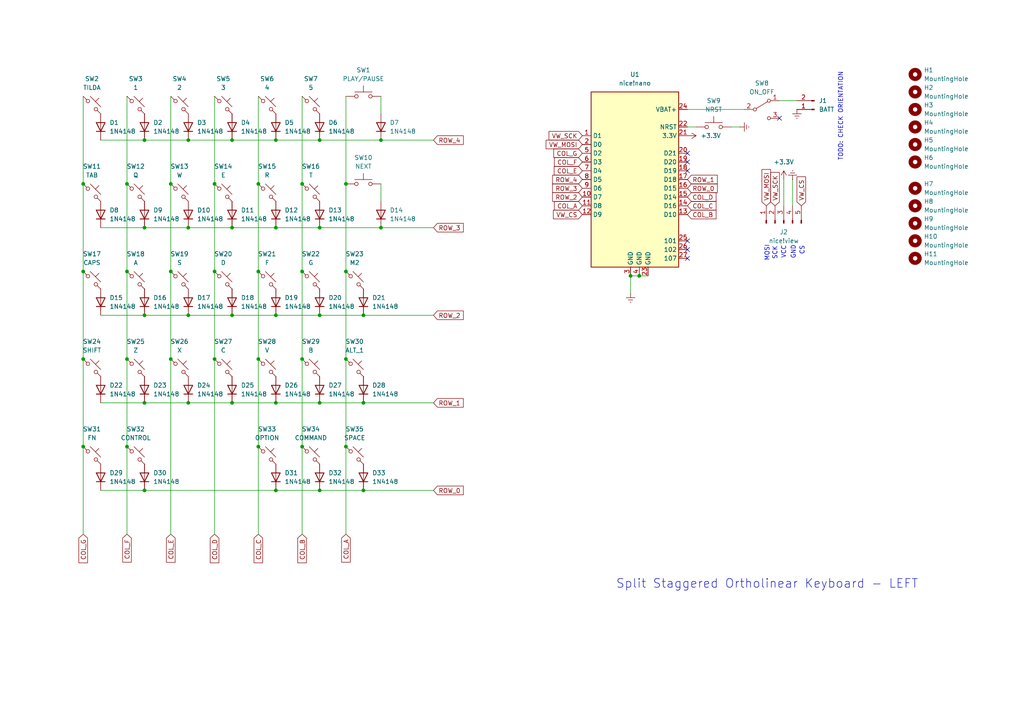
<source format=kicad_sch>
(kicad_sch (version 20231120) (generator "eeschema") (generator_version "8.0")
  (paper "A4")
  (lib_symbols
    (symbol "Connector:Conn_01x02_Pin" (pin_names (offset 1.016) hide)
      (property "Reference" "J" (at 0 2.54 0))
      (property "Value" "Conn_01x02_Pin" (at 0 -5.08 0))
      (symbol "Conn_01x02_Pin_1_1"
        (polyline (pts (xy 1.27 -2.54) (xy 0.8636 -2.54)) (stroke (width 0.1524)))
        (polyline (pts (xy 1.27 0) (xy 0.8636 0)) (stroke (width 0.1524)))
        (rectangle (start 0.8636 -2.413) (end 0 -2.667) (stroke (width 0.1524)) (fill (type outline)))
        (rectangle (start 0.8636 0.127) (end 0 -0.127) (stroke (width 0.1524)) (fill (type outline)))
        (pin passive line (at 5.08 0 180) (length 3.81) (name "Pin_1") (number "1"))
        (pin passive line (at 5.08 -2.54 180) (length 3.81) (name "Pin_2") (number "2"))
      )
    )
    (symbol "Connector:Conn_01x05_Pin" (pin_names (offset 1.016) hide)
      (property "Reference" "J" (at 0 7.62 0))
      (property "Value" "Conn_01x05_Pin" (at 0 -7.62 0))
      (symbol "Conn_01x05_Pin_1_1"
        (polyline (pts (xy 1.27 -5.08) (xy 0.8636 -5.08)) (stroke (width 0.1524)))
        (polyline (pts (xy 1.27 -2.54) (xy 0.8636 -2.54)) (stroke (width 0.1524)))
        (polyline (pts (xy 1.27 0) (xy 0.8636 0)) (stroke (width 0.1524)))
        (polyline (pts (xy 1.27 2.54) (xy 0.8636 2.54)) (stroke (width 0.1524)))
        (polyline (pts (xy 1.27 5.08) (xy 0.8636 5.08)) (stroke (width 0.1524)))
        (rectangle (start 0.8636 -4.953) (end 0 -5.207) (stroke (width 0.1524)) (fill (type outline)))
        (rectangle (start 0.8636 -2.413) (end 0 -2.667) (stroke (width 0.1524)) (fill (type outline)))
        (rectangle (start 0.8636 0.127) (end 0 -0.127) (stroke (width 0.1524)) (fill (type outline)))
        (rectangle (start 0.8636 2.667) (end 0 2.413) (stroke (width 0.1524)) (fill (type outline)))
        (rectangle (start 0.8636 5.207) (end 0 4.953) (stroke (width 0.1524)) (fill (type outline)))
        (pin passive line (at 5.08 5.08 180) (length 3.81) (name "Pin_1") (number "1"))
        (pin passive line (at 5.08 2.54 180) (length 3.81) (name "Pin_2") (number "2"))
        (pin passive line (at 5.08 0 180) (length 3.81) (name "Pin_3") (number "3"))
        (pin passive line (at 5.08 -2.54 180) (length 3.81) (name "Pin_4") (number "4"))
        (pin passive line (at 5.08 -5.08 180) (length 3.81) (name "Pin_5") (number "5"))
      )
    )
    (symbol "Mechanical:MountingHole" (pin_names (offset 1.016)) (exclude_from_sim yes) (in_bom no)
      (property "Reference" "H" (at 0 5.08 0))
      (property "Value" "MountingHole" (at 0 3.175 0))
      (symbol "MountingHole_0_1"
        (circle (center 0 0) (radius 1.27) (stroke (width 1.27)))
      )
    )
    (symbol "ScottoKeebs:Placeholder_Keyswitch" (pin_numbers hide) (pin_names (offset 1.016) hide)
      (property "Reference" "S" (at 3.048 1.016 0))
      (property "Value" "Keyswitch" (at 0 -3.81 0))
      (symbol "Placeholder_Keyswitch_0_1"
        (circle (center -1.1684 1.1684) (radius 0.508))
        (polyline (pts (xy -0.508 2.54) (xy 2.54 -0.508)))
        (polyline (pts (xy 1.016 1.016) (xy 2.032 2.032)))
        (polyline (pts (xy -2.54 2.54) (xy -1.524 1.524) (xy -1.524 1.524)))
        (polyline (pts (xy 1.524 -1.524) (xy 2.54 -2.54) (xy 2.54 -2.54) (xy 2.54 -2.54)))
        (circle (center 1.143 -1.1938) (radius 0.508))
        (pin passive line (at -2.54 2.54 0) (length 0) (name "1") (number "1"))
        (pin passive line (at 2.54 -2.54 180) (length 0) (name "2") (number "2"))
      )
    )
    (symbol "Switch:SW_Push" (pin_numbers hide) (pin_names (offset 1.016) hide)
      (property "Reference" "SW" (at 1.27 2.54 0))
      (property "Value" "SW_Push" (at 0 -1.524 0))
      (symbol "SW_Push_0_1"
        (circle (center -2.032 0) (radius 0.508))
        (polyline (pts (xy 0 1.27) (xy 0 3.048)))
        (polyline (pts (xy 2.54 1.27) (xy -2.54 1.27)))
        (circle (center 2.032 0) (radius 0.508))
        (pin passive line (at -5.08 0 0) (length 2.54) (name "1") (number "1"))
        (pin passive line (at 5.08 0 180) (length 2.54) (name "2") (number "2"))
      )
    )
    (symbol "keyboards:nice!nano"
      (property "Reference" "U" (at 0 26.67 0))
      (property "Value" "nice!nano" (at 0 0.508 0))
      (symbol "nice!nano_0_1"
        (rectangle (start -12.7 25.4) (end 12.7 -25.4) (stroke (width 0.254)) (fill (type background)))
      )
      (symbol "nice!nano_1_1"
        (pin input line (at -15.24 12.7 0) (length 2.54) (name "D1") (number "1"))
        (pin input line (at -15.24 -5.08 0) (length 2.54) (name "D7") (number "10"))
        (pin input line (at -15.24 -7.62 0) (length 2.54) (name "D8") (number "11"))
        (pin input line (at -15.24 -10.16 0) (length 2.54) (name "D9") (number "12"))
        (pin input line (at 15.24 -10.16 180) (length 2.54) (name "D10") (number "13"))
        (pin input line (at 15.24 -7.62 180) (length 2.54) (name "D16") (number "14"))
        (pin input line (at 15.24 -5.08 180) (length 2.54) (name "D14") (number "15"))
        (pin input line (at 15.24 -2.54 180) (length 2.54) (name "D15") (number "16"))
        (pin input line (at 15.24 0 180) (length 2.54) (name "D18") (number "17"))
        (pin input line (at 15.24 2.54 180) (length 2.54) (name "D19") (number "18"))
        (pin input line (at 15.24 5.08 180) (length 2.54) (name "D20") (number "19"))
        (pin input line (at -15.24 10.16 0) (length 2.54) (name "D0") (number "2"))
        (pin input line (at 15.24 7.62 180) (length 2.54) (name "D21") (number "20"))
        (pin power_out line (at 15.24 12.7 180) (length 2.54) (name "3.3V") (number "21"))
        (pin input line (at 15.24 15.24 180) (length 2.54) (name "NRST") (number "22"))
        (pin power_in line (at 3.81 -27.94 90) (length 2.54) (name "GND") (number "23"))
        (pin power_out line (at 15.24 20.32 180) (length 2.54) (name "VBAT+") (number "24"))
        (pin input line (at 15.24 -17.78 180) (length 2.54) (name "101") (number "25"))
        (pin input line (at 15.24 -20.32 180) (length 2.54) (name "102") (number "26"))
        (pin input line (at 15.24 -22.86 180) (length 2.54) (name "107") (number "27"))
        (pin power_in line (at -1.27 -27.94 90) (length 2.54) (name "GND") (number "3"))
        (pin power_in line (at 1.27 -27.94 90) (length 2.54) (name "GND") (number "4"))
        (pin input line (at -15.24 7.62 0) (length 2.54) (name "D2") (number "5"))
        (pin input line (at -15.24 5.08 0) (length 2.54) (name "D3") (number "6"))
        (pin input line (at -15.24 2.54 0) (length 2.54) (name "D4") (number "7"))
        (pin input line (at -15.24 0 0) (length 2.54) (name "D5") (number "8"))
        (pin input line (at -15.24 -2.54 0) (length 2.54) (name "D6") (number "9"))
      )
    )
    (symbol "power:+3.3V" (power) (pin_numbers hide) (pin_names (offset 0) hide)
      (property "Value" "+3.3V" (at 0 3.556 0))
      (symbol "+3.3V_0_1"
        (polyline (pts (xy -0.762 1.27) (xy 0 2.54)))
        (polyline (pts (xy 0 0) (xy 0 2.54)))
        (polyline (pts (xy 0 2.54) (xy 0.762 1.27)))
      )
      (symbol "+3.3V_1_1"
        (pin power_in line (at 0 0 90) (length 0) (name "~") (number "1"))
      )
    )
    (symbol "power:GNDREF" (power) (pin_numbers hide) (pin_names (offset 0) hide)
      (property "Value" "GNDREF" (at 0 -3.81 0))
      (symbol "GNDREF_0_1"
        (polyline (pts (xy -0.635 -1.905) (xy 0.635 -1.905)))
        (polyline (pts (xy -0.127 -2.54) (xy 0.127 -2.54)))
        (polyline (pts (xy 0 -1.27) (xy 0 0)))
        (polyline (pts (xy 1.27 -1.27) (xy -1.27 -1.27)))
      )
      (symbol "GNDREF_1_1"
        (pin power_in line (at 0 0 270) (length 0) (name "~") (number "1"))
      )
    )
    (symbol "synth:D_Signal (1N4148)" (pin_numbers hide) (pin_names hide)
      (property "Reference" "D" (at 0 2.54 0))
      (property "Value" "1N4148" (at 0 -2.54 0))
      (symbol "D_Signal (1N4148)_0_1"
        (polyline (pts (xy -1.27 1.27) (xy -1.27 -1.27)) (stroke (width 0.254)))
        (polyline (pts (xy 1.27 0) (xy -1.27 0)))
        (polyline (pts (xy 1.27 1.27) (xy 1.27 -1.27) (xy -1.27 0) (xy 1.27 1.27)) (stroke (width 0.254)))
      )
      (symbol "D_Signal (1N4148)_1_1"
        (pin passive line (at -3.81 0 0) (length 2.54) (name "K") (number "1"))
        (pin passive line (at 3.81 0 180) (length 2.54) (name "A") (number "2"))
      )
    )
    (symbol "synth:SW_SPDT" (pin_names (offset 0) hide)
      (property "Reference" "SW" (at 0 5.08 0))
      (property "Value" "SW_SPDT" (at 0 -5.08 0))
      (symbol "SW_SPDT_0_1"
        (circle (center -2.032 0) (radius 0.4572))
        (polyline (pts (xy -1.651 0.254) (xy 1.651 2.286)))
        (circle (center 2.032 -2.54) (radius 0.4572))
        (circle (center 2.032 2.54) (radius 0.4572))
      )
      (symbol "SW_SPDT_1_1"
        (pin passive line (at 5.08 2.54 180) (length 2.54) (name "A") (number "1"))
        (pin passive line (at -5.08 0 0) (length 2.54) (name "B") (number "2"))
        (pin passive line (at 5.08 -2.54 180) (length 2.54) (name "C") (number "3"))
      )
    )
  )
  (junction (at 67.31 40.64))
  (junction (at 36.83 53.34))
  (junction (at 24.13 78.74))
  (junction (at 92.71 91.44))
  (junction (at 92.71 116.84))
  (junction (at 110.49 66.04))
  (junction (at 182.88 80.01))
  (junction (at 100.33 53.34))
  (junction (at 100.33 78.74))
  (junction (at 41.91 91.44))
  (junction (at 62.23 53.34))
  (junction (at 41.91 66.04))
  (junction (at 49.53 53.34))
  (junction (at 67.31 66.04))
  (junction (at 110.49 40.64))
  (junction (at 36.83 129.54))
  (junction (at 54.61 40.64))
  (junction (at 49.53 78.74))
  (junction (at 105.41 116.84))
  (junction (at 80.01 91.44))
  (junction (at 41.91 40.64))
  (junction (at 105.41 91.44))
  (junction (at 80.01 66.04))
  (junction (at 105.41 142.24))
  (junction (at 92.71 66.04))
  (junction (at 49.53 104.14))
  (junction (at 80.01 116.84))
  (junction (at 41.91 142.24))
  (junction (at 87.63 78.74))
  (junction (at 62.23 104.14))
  (junction (at 87.63 104.14))
  (junction (at 100.33 104.14))
  (junction (at 54.61 66.04))
  (junction (at 67.31 116.84))
  (junction (at 74.93 104.14))
  (junction (at 24.13 104.14))
  (junction (at 92.71 142.24))
  (junction (at 80.01 40.64))
  (junction (at 87.63 53.34))
  (junction (at 36.83 104.14))
  (junction (at 36.83 78.74))
  (junction (at 54.61 91.44))
  (junction (at 74.93 78.74))
  (junction (at 74.93 129.54))
  (junction (at 87.63 129.54))
  (junction (at 185.42 80.01))
  (junction (at 24.13 53.34))
  (junction (at 24.13 129.54))
  (junction (at 100.33 129.54))
  (junction (at 92.71 40.64))
  (junction (at 74.93 53.34))
  (junction (at 54.61 116.84))
  (junction (at 62.23 78.74))
  (junction (at 41.91 116.84))
  (junction (at 67.31 91.44))
  (junction (at 80.01 142.24))
  (no_connect (at 199.39 44.45))
  (no_connect (at 199.39 49.53))
  (no_connect (at 199.39 46.99))
  (no_connect (at 199.39 72.39))
  (no_connect (at 226.06 34.29))
  (no_connect (at 199.39 69.85))
  (no_connect (at 199.39 74.93))
  (wire (pts (xy 36.83 53.34) (xy 36.83 78.74)))
  (wire (pts (xy 199.39 31.75) (xy 215.9 31.75)))
  (wire (pts (xy 29.21 66.04) (xy 41.91 66.04)))
  (wire (pts (xy 87.63 78.74) (xy 87.63 104.14)))
  (wire (pts (xy 229.87 52.07) (xy 229.87 59.69)))
  (wire (pts (xy 24.13 27.94) (xy 24.13 53.34)))
  (wire (pts (xy 105.41 116.84) (xy 125.73 116.84)))
  (wire (pts (xy 29.21 116.84) (xy 41.91 116.84)))
  (wire (pts (xy 92.71 91.44) (xy 105.41 91.44)))
  (wire (pts (xy 36.83 129.54) (xy 36.83 154.94)))
  (wire (pts (xy 212.09 36.83) (xy 214.63 36.83)))
  (wire (pts (xy 54.61 116.84) (xy 67.31 116.84)))
  (wire (pts (xy 226.06 29.21) (xy 231.14 29.21)))
  (wire (pts (xy 182.88 80.01) (xy 185.42 80.01)))
  (wire (pts (xy 54.61 91.44) (xy 67.31 91.44)))
  (wire (pts (xy 100.33 78.74) (xy 100.33 104.14)))
  (wire (pts (xy 227.33 52.07) (xy 227.33 59.69)))
  (wire (pts (xy 49.53 53.34) (xy 49.53 78.74)))
  (wire (pts (xy 92.71 40.64) (xy 110.49 40.64)))
  (wire (pts (xy 201.93 36.83) (xy 199.39 36.83)))
  (wire (pts (xy 67.31 66.04) (xy 80.01 66.04)))
  (wire (pts (xy 100.33 129.54) (xy 100.33 154.94)))
  (wire (pts (xy 67.31 116.84) (xy 80.01 116.84)))
  (wire (pts (xy 87.63 104.14) (xy 87.63 129.54)))
  (wire (pts (xy 41.91 66.04) (xy 54.61 66.04)))
  (wire (pts (xy 62.23 104.14) (xy 62.23 154.94)))
  (wire (pts (xy 54.61 40.64) (xy 67.31 40.64)))
  (wire (pts (xy 105.41 91.44) (xy 125.73 91.44)))
  (wire (pts (xy 24.13 129.54) (xy 24.13 154.94)))
  (wire (pts (xy 100.33 104.14) (xy 100.33 129.54)))
  (wire (pts (xy 36.83 104.14) (xy 36.83 129.54)))
  (wire (pts (xy 24.13 78.74) (xy 24.13 104.14)))
  (wire (pts (xy 92.71 66.04) (xy 110.49 66.04)))
  (wire (pts (xy 29.21 142.24) (xy 41.91 142.24)))
  (wire (pts (xy 185.42 80.01) (xy 187.96 80.01)))
  (wire (pts (xy 49.53 104.14) (xy 49.53 154.94)))
  (wire (pts (xy 110.49 58.42) (xy 110.49 53.34)))
  (wire (pts (xy 49.53 78.74) (xy 49.53 104.14)))
  (wire (pts (xy 110.49 33.02) (xy 110.49 27.94)))
  (wire (pts (xy 29.21 91.44) (xy 41.91 91.44)))
  (wire (pts (xy 41.91 91.44) (xy 54.61 91.44)))
  (wire (pts (xy 36.83 27.94) (xy 36.83 53.34)))
  (wire (pts (xy 24.13 53.34) (xy 24.13 78.74)))
  (wire (pts (xy 36.83 78.74) (xy 36.83 104.14)))
  (wire (pts (xy 74.93 78.74) (xy 74.93 104.14)))
  (wire (pts (xy 67.31 91.44) (xy 80.01 91.44)))
  (wire (pts (xy 41.91 40.64) (xy 54.61 40.64)))
  (wire (pts (xy 62.23 27.94) (xy 62.23 53.34)))
  (wire (pts (xy 74.93 104.14) (xy 74.93 129.54)))
  (wire (pts (xy 54.61 66.04) (xy 67.31 66.04)))
  (wire (pts (xy 87.63 53.34) (xy 87.63 78.74)))
  (wire (pts (xy 74.93 27.94) (xy 74.93 53.34)))
  (wire (pts (xy 92.71 142.24) (xy 105.41 142.24)))
  (wire (pts (xy 49.53 27.94) (xy 49.53 53.34)))
  (wire (pts (xy 62.23 53.34) (xy 62.23 78.74)))
  (wire (pts (xy 100.33 27.94) (xy 100.33 53.34)))
  (wire (pts (xy 74.93 53.34) (xy 74.93 78.74)))
  (wire (pts (xy 80.01 116.84) (xy 92.71 116.84)))
  (wire (pts (xy 74.93 129.54) (xy 74.93 154.94)))
  (wire (pts (xy 24.13 104.14) (xy 24.13 129.54)))
  (wire (pts (xy 110.49 40.64) (xy 125.73 40.64)))
  (wire (pts (xy 105.41 142.24) (xy 125.73 142.24)))
  (wire (pts (xy 80.01 66.04) (xy 92.71 66.04)))
  (wire (pts (xy 80.01 142.24) (xy 92.71 142.24)))
  (wire (pts (xy 110.49 66.04) (xy 125.73 66.04)))
  (wire (pts (xy 41.91 142.24) (xy 80.01 142.24)))
  (wire (pts (xy 62.23 78.74) (xy 62.23 104.14)))
  (wire (pts (xy 80.01 40.64) (xy 92.71 40.64)))
  (wire (pts (xy 87.63 129.54) (xy 87.63 154.94)))
  (wire (pts (xy 29.21 40.64) (xy 41.91 40.64)))
  (wire (pts (xy 182.88 85.09) (xy 182.88 80.01)))
  (wire (pts (xy 87.63 27.94) (xy 87.63 53.34)))
  (wire (pts (xy 41.91 116.84) (xy 54.61 116.84)))
  (wire (pts (xy 100.33 53.34) (xy 100.33 78.74)))
  (wire (pts (xy 67.31 40.64) (xy 80.01 40.64)))
  (wire (pts (xy 92.71 116.84) (xy 105.41 116.84)))
  (wire (pts (xy 80.01 91.44) (xy 92.71 91.44)))
  (text "GND" (at 230.124 73.152 90) (effects (font (size 1.27 1.27))))
  (text "VCC" (at 227.33 73.152 90) (effects (font (size 1.27 1.27))))
  (text "MOSI" (at 222.504 73.406 90) (effects (font (size 1.27 1.27))))
  (text "CS" (at 232.664 72.644 90) (effects (font (size 1.27 1.27))))
  (text "Split Staggered Ortholinear Keyboard - LEFT" (at 222.504 169.418 0) (effects (font (size 2.54 2.54))))
  (text "TODO: CHECK ORIENTATION" (at 243.84 33.782 90) (effects (font (size 1.27 1.27))))
  (text "SCK" (at 224.79 73.406 90) (effects (font (size 1.27 1.27))))
  (global_label "VW_SCK" (shape input) (at 168.91 39.37 180) (property "Intersheetrefs" "${INTERSHEET_REFS}" (effects (hide yes))))
  (global_label "COL_A" (shape input) (at 100.33 154.94 270) (property "Intersheetrefs" "${INTERSHEET_REFS}" (effects (hide yes))))
  (global_label "COL_A" (shape input) (at 168.91 59.69 180) (property "Intersheetrefs" "${INTERSHEET_REFS}" (effects (hide yes))))
  (global_label "ROW_3" (shape input) (at 168.91 54.61 180) (property "Intersheetrefs" "${INTERSHEET_REFS}" (effects (hide yes))))
  (global_label "COL_F" (shape input) (at 168.91 46.99 180) (property "Intersheetrefs" "${INTERSHEET_REFS}" (effects (hide yes))))
  (global_label "ROW_0" (shape input) (at 199.39 54.61 0) (property "Intersheetrefs" "${INTERSHEET_REFS}" (effects (hide yes))))
  (global_label "ROW_4" (shape input) (at 168.91 52.07 180) (property "Intersheetrefs" "${INTERSHEET_REFS}" (effects (hide yes))))
  (global_label "COL_G" (shape input) (at 24.13 154.94 270) (property "Intersheetrefs" "${INTERSHEET_REFS}" (effects (hide yes))))
  (global_label "COL_C" (shape input) (at 199.39 59.69 0) (property "Intersheetrefs" "${INTERSHEET_REFS}" (effects (hide yes))))
  (global_label "ROW_0" (shape input) (at 125.73 142.24 0) (property "Intersheetrefs" "${INTERSHEET_REFS}" (effects (hide yes))))
  (global_label "VW_CS" (shape input) (at 232.41 59.69 90) (property "Intersheetrefs" "${INTERSHEET_REFS}" (effects (hide yes))))
  (global_label "ROW_1" (shape input) (at 125.73 116.84 0) (property "Intersheetrefs" "${INTERSHEET_REFS}" (effects (hide yes))))
  (global_label "ROW_2" (shape input) (at 125.73 91.44 0) (property "Intersheetrefs" "${INTERSHEET_REFS}" (effects (hide yes))))
  (global_label "COL_C" (shape input) (at 74.93 154.94 270) (property "Intersheetrefs" "${INTERSHEET_REFS}" (effects (hide yes))))
  (global_label "VW_SCK" (shape input) (at 224.79 59.69 90) (property "Intersheetrefs" "${INTERSHEET_REFS}" (effects (hide yes))))
  (global_label "COL_E" (shape input) (at 49.53 154.94 270) (property "Intersheetrefs" "${INTERSHEET_REFS}" (effects (hide yes))))
  (global_label "VW_MOSI" (shape input) (at 222.25 59.69 90) (property "Intersheetrefs" "${INTERSHEET_REFS}" (effects (hide yes))))
  (global_label "COL_B" (shape input) (at 199.39 62.23 0) (property "Intersheetrefs" "${INTERSHEET_REFS}" (effects (hide yes))))
  (global_label "COL_G" (shape input) (at 168.91 44.45 180) (property "Intersheetrefs" "${INTERSHEET_REFS}" (effects (hide yes))))
  (global_label "ROW_4" (shape input) (at 125.73 40.64 0) (property "Intersheetrefs" "${INTERSHEET_REFS}" (effects (hide yes))))
  (global_label "ROW_1" (shape input) (at 199.39 52.07 0) (property "Intersheetrefs" "${INTERSHEET_REFS}" (effects (hide yes))))
  (global_label "VW_MOSI" (shape input) (at 168.91 41.91 180) (property "Intersheetrefs" "${INTERSHEET_REFS}" (effects (hide yes))))
  (global_label "ROW_3" (shape input) (at 125.73 66.04 0) (property "Intersheetrefs" "${INTERSHEET_REFS}" (effects (hide yes))))
  (global_label "COL_E" (shape input) (at 168.91 49.53 180) (property "Intersheetrefs" "${INTERSHEET_REFS}" (effects (hide yes))))
  (global_label "COL_B" (shape input) (at 87.63 154.94 270) (property "Intersheetrefs" "${INTERSHEET_REFS}" (effects (hide yes))))
  (global_label "ROW_2" (shape input) (at 168.91 57.15 180) (property "Intersheetrefs" "${INTERSHEET_REFS}" (effects (hide yes))))
  (global_label "COL_F" (shape input) (at 36.83 154.94 270) (property "Intersheetrefs" "${INTERSHEET_REFS}" (effects (hide yes))))
  (global_label "COL_D" (shape input) (at 62.23 154.94 270) (property "Intersheetrefs" "${INTERSHEET_REFS}" (effects (hide yes))))
  (global_label "COL_D" (shape input) (at 199.39 57.15 0) (property "Intersheetrefs" "${INTERSHEET_REFS}" (effects (hide yes))))
  (global_label "VW_CS" (shape input) (at 168.91 62.23 180) (property "Intersheetrefs" "${INTERSHEET_REFS}" (effects (hide yes))))
  (symbol (lib_id "synth:D_Signal (1N4148)") (at 67.31 87.63 90) (unit 1)
    (property "Reference" "D18" (at 69.85 86.3599 90) (effects (justify right)))
    (property "Value" "1N4148" (at 69.85 88.8999 90) (effects (justify right)))
    (property "Footprint" "Synth:D_SMD-THT" (effects (hide yes)))
    (property "Datasheet" "https://assets.nexperia.com/documents/data-sheet/1N4148_1N4448.pdf" (effects (hide yes)))
    (property "Description" "100V 0.15A standard switching diode, DO-35" (effects (hide yes)))
    (property "Sim.Device" "D" (effects (hide yes)))
    (property "Sim.Pins" "1=K 2=A" (effects (hide yes)))
  )
  (symbol (lib_id "Mechanical:MountingHole") (at 265.43 41.91 0) (unit 1) (exclude_from_sim yes) (in_bom no)
    (property "Reference" "H5" (at 267.97 40.6399 0) (effects (justify left)))
    (property "Value" "MountingHole" (at 267.97 43.1799 0) (effects (justify left)))
    (property "Footprint" "keyboard:MountingPin_M2" (effects (hide yes)))
    (property "Description" "Mounting Hole without connection" (effects (hide yes)))
  )
  (symbol (lib_id "ScottoKeebs:Placeholder_Keyswitch") (at 64.77 106.68 0) (unit 1)
    (property "Reference" "SW27" (at 64.77 99.06 0))
    (property "Value" "C" (at 64.77 101.6 0))
    (property "Footprint" "ScottoKeebs_Hotswap:Hotswap_Choc_V1V2" (effects (hide yes)))
    (property "Description" "Push button switch, normally open, two pins, 45° tilted" (effects (hide yes)))
  )
  (symbol (lib_id "synth:D_Signal (1N4148)") (at 110.49 62.23 90) (unit 1)
    (property "Reference" "D14" (at 113.03 60.9599 90) (effects (justify right)))
    (property "Value" "1N4148" (at 113.03 63.4999 90) (effects (justify right)))
    (property "Footprint" "Synth:D_SMD-THT" (effects (hide yes)))
    (property "Datasheet" "https://assets.nexperia.com/documents/data-sheet/1N4148_1N4448.pdf" (effects (hide yes)))
    (property "Description" "100V 0.15A standard switching diode, DO-35" (effects (hide yes)))
    (property "Sim.Device" "D" (effects (hide yes)))
    (property "Sim.Pins" "1=K 2=A" (effects (hide yes)))
  )
  (symbol (lib_id "ScottoKeebs:Placeholder_Keyswitch") (at 64.77 81.28 0) (unit 1)
    (property "Reference" "SW20" (at 64.77 73.66 0))
    (property "Value" "D" (at 64.77 76.2 0))
    (property "Footprint" "ScottoKeebs_Hotswap:Hotswap_Choc_V1V2" (effects (hide yes)))
    (property "Description" "Push button switch, normally open, two pins, 45° tilted" (effects (hide yes)))
  )
  (symbol (lib_id "ScottoKeebs:Placeholder_Keyswitch") (at 77.47 132.08 0) (unit 1)
    (property "Reference" "SW33" (at 77.47 124.46 0))
    (property "Value" "OPTION" (at 77.47 127 0))
    (property "Footprint" "ScottoKeebs_Hotswap:Hotswap_Choc_V1V2" (effects (hide yes)))
    (property "Description" "Push button switch, normally open, two pins, 45° tilted" (effects (hide yes)))
  )
  (symbol (lib_id "synth:D_Signal (1N4148)") (at 80.01 62.23 90) (unit 1)
    (property "Reference" "D12" (at 82.55 60.9599 90) (effects (justify right)))
    (property "Value" "1N4148" (at 82.55 63.4999 90) (effects (justify right)))
    (property "Footprint" "Synth:D_SMD-THT" (effects (hide yes)))
    (property "Datasheet" "https://assets.nexperia.com/documents/data-sheet/1N4148_1N4448.pdf" (effects (hide yes)))
    (property "Description" "100V 0.15A standard switching diode, DO-35" (effects (hide yes)))
    (property "Sim.Device" "D" (effects (hide yes)))
    (property "Sim.Pins" "1=K 2=A" (effects (hide yes)))
  )
  (symbol (lib_id "ScottoKeebs:Placeholder_Keyswitch") (at 52.07 55.88 0) (unit 1)
    (property "Reference" "SW13" (at 52.07 48.26 0))
    (property "Value" "W" (at 52.07 50.8 0))
    (property "Footprint" "ScottoKeebs_Hotswap:Hotswap_Choc_V1V2" (effects (hide yes)))
    (property "Description" "Push button switch, normally open, two pins, 45° tilted" (effects (hide yes)))
  )
  (symbol (lib_id "power:+3.3V") (at 227.33 52.07 0) (unit 1)
    (property "Reference" "#PWR04" (effects (hide yes)))
    (property "Value" "+3.3V" (at 227.33 46.99 0))
    (property "Description" "Power symbol creates a global label with name \"+3.3V\"" (effects (hide yes)))
  )
  (symbol (lib_id "Mechanical:MountingHole") (at 265.43 26.67 0) (unit 1) (exclude_from_sim yes) (in_bom no)
    (property "Reference" "H2" (at 267.97 25.3999 0) (effects (justify left)))
    (property "Value" "MountingHole" (at 267.97 27.9399 0) (effects (justify left)))
    (property "Footprint" "keyboard:MountingPin_M2" (effects (hide yes)))
    (property "Description" "Mounting Hole without connection" (effects (hide yes)))
  )
  (symbol (lib_id "synth:D_Signal (1N4148)") (at 110.49 36.83 90) (unit 1)
    (property "Reference" "D7" (at 113.03 35.5599 90) (effects (justify right)))
    (property "Value" "1N4148" (at 113.03 38.0999 90) (effects (justify right)))
    (property "Footprint" "Synth:D_SMD-THT" (effects (hide yes)))
    (property "Datasheet" "https://assets.nexperia.com/documents/data-sheet/1N4148_1N4448.pdf" (effects (hide yes)))
    (property "Description" "100V 0.15A standard switching diode, DO-35" (effects (hide yes)))
    (property "Sim.Device" "D" (effects (hide yes)))
    (property "Sim.Pins" "1=K 2=A" (effects (hide yes)))
  )
  (symbol (lib_id "ScottoKeebs:Placeholder_Keyswitch") (at 39.37 106.68 0) (unit 1)
    (property "Reference" "SW25" (at 39.37 99.06 0))
    (property "Value" "Z" (at 39.37 101.6 0))
    (property "Footprint" "ScottoKeebs_Hotswap:Hotswap_Choc_V1V2" (effects (hide yes)))
    (property "Description" "Push button switch, normally open, two pins, 45° tilted" (effects (hide yes)))
  )
  (symbol (lib_id "ScottoKeebs:Placeholder_Keyswitch") (at 102.87 106.68 0) (unit 1)
    (property "Reference" "SW30" (at 102.87 99.06 0))
    (property "Value" "ALT_1" (at 102.87 101.6 0))
    (property "Footprint" "ScottoKeebs_Hotswap:Hotswap_Choc_V1V2" (effects (hide yes)))
    (property "Description" "Push button switch, normally open, two pins, 45° tilted" (effects (hide yes)))
  )
  (symbol (lib_id "synth:D_Signal (1N4148)") (at 80.01 138.43 90) (unit 1)
    (property "Reference" "D31" (at 82.55 137.1599 90) (effects (justify right)))
    (property "Value" "1N4148" (at 82.55 139.6999 90) (effects (justify right)))
    (property "Footprint" "Synth:D_SMD-THT" (effects (hide yes)))
    (property "Datasheet" "https://assets.nexperia.com/documents/data-sheet/1N4148_1N4448.pdf" (effects (hide yes)))
    (property "Description" "100V 0.15A standard switching diode, DO-35" (effects (hide yes)))
    (property "Sim.Device" "D" (effects (hide yes)))
    (property "Sim.Pins" "1=K 2=A" (effects (hide yes)))
  )
  (symbol (lib_id "synth:D_Signal (1N4148)") (at 67.31 113.03 90) (unit 1)
    (property "Reference" "D25" (at 69.85 111.7599 90) (effects (justify right)))
    (property "Value" "1N4148" (at 69.85 114.2999 90) (effects (justify right)))
    (property "Footprint" "Synth:D_SMD-THT" (effects (hide yes)))
    (property "Datasheet" "https://assets.nexperia.com/documents/data-sheet/1N4148_1N4448.pdf" (effects (hide yes)))
    (property "Description" "100V 0.15A standard switching diode, DO-35" (effects (hide yes)))
    (property "Sim.Device" "D" (effects (hide yes)))
    (property "Sim.Pins" "1=K 2=A" (effects (hide yes)))
  )
  (symbol (lib_id "synth:D_Signal (1N4148)") (at 29.21 62.23 90) (unit 1)
    (property "Reference" "D8" (at 31.75 60.9599 90) (effects (justify right)))
    (property "Value" "1N4148" (at 31.75 63.4999 90) (effects (justify right)))
    (property "Footprint" "Synth:D_SMD-THT" (effects (hide yes)))
    (property "Datasheet" "https://assets.nexperia.com/documents/data-sheet/1N4148_1N4448.pdf" (effects (hide yes)))
    (property "Description" "100V 0.15A standard switching diode, DO-35" (effects (hide yes)))
    (property "Sim.Device" "D" (effects (hide yes)))
    (property "Sim.Pins" "1=K 2=A" (effects (hide yes)))
  )
  (symbol (lib_id "power:GNDREF") (at 214.63 36.83 90) (unit 1)
    (property "Reference" "#PWR02" (effects (hide yes)))
    (property "Value" "GNDREF" (effects (hide yes)))
    (property "Description" "Power symbol creates a global label with name \"GNDREF\" , reference supply ground" (effects (hide yes)))
  )
  (symbol (lib_id "synth:D_Signal (1N4148)") (at 41.91 138.43 90) (unit 1)
    (property "Reference" "D30" (at 44.45 137.1599 90) (effects (justify right)))
    (property "Value" "1N4148" (at 44.45 139.6999 90) (effects (justify right)))
    (property "Footprint" "Synth:D_SMD-THT" (effects (hide yes)))
    (property "Datasheet" "https://assets.nexperia.com/documents/data-sheet/1N4148_1N4448.pdf" (effects (hide yes)))
    (property "Description" "100V 0.15A standard switching diode, DO-35" (effects (hide yes)))
    (property "Sim.Device" "D" (effects (hide yes)))
    (property "Sim.Pins" "1=K 2=A" (effects (hide yes)))
  )
  (symbol (lib_id "power:GNDREF") (at 182.88 85.09 0) (unit 1)
    (property "Reference" "#PWR06" (effects (hide yes)))
    (property "Value" "GNDREF" (effects (hide yes)))
    (property "Description" "Power symbol creates a global label with name \"GNDREF\" , reference supply ground" (effects (hide yes)))
  )
  (symbol (lib_id "ScottoKeebs:Placeholder_Keyswitch") (at 26.67 106.68 0) (unit 1)
    (property "Reference" "SW24" (at 26.67 99.06 0))
    (property "Value" "SHIFT" (at 26.67 101.6 0))
    (property "Footprint" "ScottoKeebs_Hotswap:Hotswap_Choc_V1V2" (effects (hide yes)))
    (property "Description" "Push button switch, normally open, two pins, 45° tilted" (effects (hide yes)))
  )
  (symbol (lib_id "Mechanical:MountingHole") (at 265.43 46.99 0) (unit 1) (exclude_from_sim yes) (in_bom no)
    (property "Reference" "H6" (at 267.97 45.7199 0) (effects (justify left)))
    (property "Value" "MountingHole" (at 267.97 48.2599 0) (effects (justify left)))
    (property "Footprint" "keyboard:MountingPin_M2" (effects (hide yes)))
    (property "Description" "Mounting Hole without connection" (effects (hide yes)))
  )
  (symbol (lib_id "synth:D_Signal (1N4148)") (at 41.91 62.23 90) (unit 1)
    (property "Reference" "D9" (at 44.45 60.9599 90) (effects (justify right)))
    (property "Value" "1N4148" (at 44.45 63.4999 90) (effects (justify right)))
    (property "Footprint" "Synth:D_SMD-THT" (effects (hide yes)))
    (property "Datasheet" "https://assets.nexperia.com/documents/data-sheet/1N4148_1N4448.pdf" (effects (hide yes)))
    (property "Description" "100V 0.15A standard switching diode, DO-35" (effects (hide yes)))
    (property "Sim.Device" "D" (effects (hide yes)))
    (property "Sim.Pins" "1=K 2=A" (effects (hide yes)))
  )
  (symbol (lib_id "ScottoKeebs:Placeholder_Keyswitch") (at 77.47 30.48 0) (unit 1)
    (property "Reference" "SW6" (at 77.47 22.86 0))
    (property "Value" "4" (at 77.47 25.4 0))
    (property "Footprint" "ScottoKeebs_Hotswap:Hotswap_Choc_V1V2" (effects (hide yes)))
    (property "Description" "Push button switch, normally open, two pins, 45° tilted" (effects (hide yes)))
  )
  (symbol (lib_id "synth:D_Signal (1N4148)") (at 54.61 62.23 90) (unit 1)
    (property "Reference" "D10" (at 57.15 60.9599 90) (effects (justify right)))
    (property "Value" "1N4148" (at 57.15 63.4999 90) (effects (justify right)))
    (property "Footprint" "Synth:D_SMD-THT" (effects (hide yes)))
    (property "Datasheet" "https://assets.nexperia.com/documents/data-sheet/1N4148_1N4448.pdf" (effects (hide yes)))
    (property "Description" "100V 0.15A standard switching diode, DO-35" (effects (hide yes)))
    (property "Sim.Device" "D" (effects (hide yes)))
    (property "Sim.Pins" "1=K 2=A" (effects (hide yes)))
  )
  (symbol (lib_id "synth:D_Signal (1N4148)") (at 105.41 87.63 90) (unit 1)
    (property "Reference" "D21" (at 107.95 86.3599 90) (effects (justify right)))
    (property "Value" "1N4148" (at 107.95 88.8999 90) (effects (justify right)))
    (property "Footprint" "Synth:D_SMD-THT" (effects (hide yes)))
    (property "Datasheet" "https://assets.nexperia.com/documents/data-sheet/1N4148_1N4448.pdf" (effects (hide yes)))
    (property "Description" "100V 0.15A standard switching diode, DO-35" (effects (hide yes)))
    (property "Sim.Device" "D" (effects (hide yes)))
    (property "Sim.Pins" "1=K 2=A" (effects (hide yes)))
  )
  (symbol (lib_id "ScottoKeebs:Placeholder_Keyswitch") (at 64.77 55.88 0) (unit 1)
    (property "Reference" "SW14" (at 64.77 48.26 0))
    (property "Value" "E" (at 64.77 50.8 0))
    (property "Footprint" "ScottoKeebs_Hotswap:Hotswap_Choc_V1V2" (effects (hide yes)))
    (property "Description" "Push button switch, normally open, two pins, 45° tilted" (effects (hide yes)))
  )
  (symbol (lib_id "synth:D_Signal (1N4148)") (at 41.91 36.83 90) (unit 1)
    (property "Reference" "D2" (at 44.45 35.5599 90) (effects (justify right)))
    (property "Value" "1N4148" (at 44.45 38.0999 90) (effects (justify right)))
    (property "Footprint" "Synth:D_SMD-THT" (effects (hide yes)))
    (property "Datasheet" "https://assets.nexperia.com/documents/data-sheet/1N4148_1N4448.pdf" (effects (hide yes)))
    (property "Description" "100V 0.15A standard switching diode, DO-35" (effects (hide yes)))
    (property "Sim.Device" "D" (effects (hide yes)))
    (property "Sim.Pins" "1=K 2=A" (effects (hide yes)))
  )
  (symbol (lib_id "synth:D_Signal (1N4148)") (at 92.71 62.23 90) (unit 1)
    (property "Reference" "D13" (at 95.25 60.9599 90) (effects (justify right)))
    (property "Value" "1N4148" (at 95.25 63.4999 90) (effects (justify right)))
    (property "Footprint" "Synth:D_SMD-THT" (effects (hide yes)))
    (property "Datasheet" "https://assets.nexperia.com/documents/data-sheet/1N4148_1N4448.pdf" (effects (hide yes)))
    (property "Description" "100V 0.15A standard switching diode, DO-35" (effects (hide yes)))
    (property "Sim.Device" "D" (effects (hide yes)))
    (property "Sim.Pins" "1=K 2=A" (effects (hide yes)))
  )
  (symbol (lib_id "ScottoKeebs:Placeholder_Keyswitch") (at 52.07 30.48 0) (unit 1)
    (property "Reference" "SW4" (at 52.07 22.86 0))
    (property "Value" "2" (at 52.07 25.4 0))
    (property "Footprint" "ScottoKeebs_Hotswap:Hotswap_Choc_V1V2" (effects (hide yes)))
    (property "Description" "Push button switch, normally open, two pins, 45° tilted" (effects (hide yes)))
  )
  (symbol (lib_id "synth:D_Signal (1N4148)") (at 105.41 138.43 90) (unit 1)
    (property "Reference" "D33" (at 107.95 137.1599 90) (effects (justify right)))
    (property "Value" "1N4148" (at 107.95 139.6999 90) (effects (justify right)))
    (property "Footprint" "Synth:D_SMD-THT" (effects (hide yes)))
    (property "Datasheet" "https://assets.nexperia.com/documents/data-sheet/1N4148_1N4448.pdf" (effects (hide yes)))
    (property "Description" "100V 0.15A standard switching diode, DO-35" (effects (hide yes)))
    (property "Sim.Device" "D" (effects (hide yes)))
    (property "Sim.Pins" "1=K 2=A" (effects (hide yes)))
  )
  (symbol (lib_id "synth:D_Signal (1N4148)") (at 67.31 36.83 90) (unit 1)
    (property "Reference" "D4" (at 69.85 35.5599 90) (effects (justify right)))
    (property "Value" "1N4148" (at 69.85 38.0999 90) (effects (justify right)))
    (property "Footprint" "Synth:D_SMD-THT" (effects (hide yes)))
    (property "Datasheet" "https://assets.nexperia.com/documents/data-sheet/1N4148_1N4448.pdf" (effects (hide yes)))
    (property "Description" "100V 0.15A standard switching diode, DO-35" (effects (hide yes)))
    (property "Sim.Device" "D" (effects (hide yes)))
    (property "Sim.Pins" "1=K 2=A" (effects (hide yes)))
  )
  (symbol (lib_id "synth:SW_SPDT") (at 220.98 31.75 0) (unit 1)
    (property "Reference" "SW8" (at 220.98 24.13 0))
    (property "Value" "ON_OFF" (at 220.98 26.67 0))
    (property "Footprint" "ScottoKeebs_Components:Switch_MSK12C02" (effects (hide yes)))
    (property "Description" "Switch, single pole double throw" (effects (hide yes)))
  )
  (symbol (lib_id "power:+3.3V") (at 199.39 39.37 270) (unit 1)
    (property "Reference" "#PWR03" (effects (hide yes)))
    (property "Value" "+3.3V" (at 203.2 39.3699 90) (effects (justify left)))
    (property "Description" "Power symbol creates a global label with name \"+3.3V\"" (effects (hide yes)))
  )
  (symbol (lib_id "ScottoKeebs:Placeholder_Keyswitch") (at 26.67 30.48 0) (unit 1)
    (property "Reference" "SW2" (at 26.67 22.86 0))
    (property "Value" "TILDA" (at 26.67 25.4 0))
    (property "Footprint" "ScottoKeebs_Hotswap:Hotswap_Choc_V1V2" (effects (hide yes)))
    (property "Description" "Push button switch, normally open, two pins, 45° tilted" (effects (hide yes)))
  )
  (symbol (lib_id "synth:D_Signal (1N4148)") (at 105.41 113.03 90) (unit 1)
    (property "Reference" "D28" (at 107.95 111.7599 90) (effects (justify right)))
    (property "Value" "1N4148" (at 107.95 114.2999 90) (effects (justify right)))
    (property "Footprint" "Synth:D_SMD-THT" (effects (hide yes)))
    (property "Datasheet" "https://assets.nexperia.com/documents/data-sheet/1N4148_1N4448.pdf" (effects (hide yes)))
    (property "Description" "100V 0.15A standard switching diode, DO-35" (effects (hide yes)))
    (property "Sim.Device" "D" (effects (hide yes)))
    (property "Sim.Pins" "1=K 2=A" (effects (hide yes)))
  )
  (symbol (lib_id "synth:D_Signal (1N4148)") (at 29.21 138.43 90) (unit 1)
    (property "Reference" "D29" (at 31.75 137.1599 90) (effects (justify right)))
    (property "Value" "1N4148" (at 31.75 139.6999 90) (effects (justify right)))
    (property "Footprint" "Synth:D_SMD-THT" (effects (hide yes)))
    (property "Datasheet" "https://assets.nexperia.com/documents/data-sheet/1N4148_1N4448.pdf" (effects (hide yes)))
    (property "Description" "100V 0.15A standard switching diode, DO-35" (effects (hide yes)))
    (property "Sim.Device" "D" (effects (hide yes)))
    (property "Sim.Pins" "1=K 2=A" (effects (hide yes)))
  )
  (symbol (lib_id "Mechanical:MountingHole") (at 265.43 59.69 0) (unit 1) (exclude_from_sim yes) (in_bom no)
    (property "Reference" "H8" (at 267.97 58.4199 0) (effects (justify left)))
    (property "Value" "MountingHole" (at 267.97 60.9599 0) (effects (justify left)))
    (property "Footprint" "keyboard:MountingPin_M3" (effects (hide yes)))
    (property "Description" "Mounting Hole without connection" (effects (hide yes)))
  )
  (symbol (lib_id "Mechanical:MountingHole") (at 265.43 21.59 0) (unit 1) (exclude_from_sim yes) (in_bom no)
    (property "Reference" "H1" (at 267.97 20.3199 0) (effects (justify left)))
    (property "Value" "MountingHole" (at 267.97 22.8599 0) (effects (justify left)))
    (property "Footprint" "keyboard:MountingPin_M2" (effects (hide yes)))
    (property "Description" "Mounting Hole without connection" (effects (hide yes)))
  )
  (symbol (lib_id "ScottoKeebs:Placeholder_Keyswitch") (at 90.17 30.48 0) (unit 1)
    (property "Reference" "SW7" (at 90.17 22.86 0))
    (property "Value" "5" (at 90.17 25.4 0))
    (property "Footprint" "ScottoKeebs_Hotswap:Hotswap_Choc_V1V2" (effects (hide yes)))
    (property "Description" "Push button switch, normally open, two pins, 45° tilted" (effects (hide yes)))
  )
  (symbol (lib_id "ScottoKeebs:Placeholder_Keyswitch") (at 39.37 30.48 0) (unit 1)
    (property "Reference" "SW3" (at 39.37 22.86 0))
    (property "Value" "1" (at 39.37 25.4 0))
    (property "Footprint" "ScottoKeebs_Hotswap:Hotswap_Choc_V1V2" (effects (hide yes)))
    (property "Description" "Push button switch, normally open, two pins, 45° tilted" (effects (hide yes)))
  )
  (symbol (lib_id "ScottoKeebs:Placeholder_Keyswitch") (at 26.67 81.28 0) (unit 1)
    (property "Reference" "SW17" (at 26.67 73.66 0))
    (property "Value" "CAPS" (at 26.67 76.2 0))
    (property "Footprint" "ScottoKeebs_Hotswap:Hotswap_Choc_V1V2" (effects (hide yes)))
    (property "Description" "Push button switch, normally open, two pins, 45° tilted" (effects (hide yes)))
  )
  (symbol (lib_id "ScottoKeebs:Placeholder_Keyswitch") (at 90.17 81.28 0) (unit 1)
    (property "Reference" "SW22" (at 90.17 73.66 0))
    (property "Value" "G" (at 90.17 76.2 0))
    (property "Footprint" "ScottoKeebs_Hotswap:Hotswap_Choc_V1V2" (effects (hide yes)))
    (property "Description" "Push button switch, normally open, two pins, 45° tilted" (effects (hide yes)))
  )
  (symbol (lib_id "synth:D_Signal (1N4148)") (at 29.21 87.63 90) (unit 1)
    (property "Reference" "D15" (at 31.75 86.3599 90) (effects (justify right)))
    (property "Value" "1N4148" (at 31.75 88.8999 90) (effects (justify right)))
    (property "Footprint" "Synth:D_SMD-THT" (effects (hide yes)))
    (property "Datasheet" "https://assets.nexperia.com/documents/data-sheet/1N4148_1N4448.pdf" (effects (hide yes)))
    (property "Description" "100V 0.15A standard switching diode, DO-35" (effects (hide yes)))
    (property "Sim.Device" "D" (effects (hide yes)))
    (property "Sim.Pins" "1=K 2=A" (effects (hide yes)))
  )
  (symbol (lib_id "Switch:SW_Push") (at 207.01 36.83 0) (unit 1)
    (property "Reference" "SW9" (at 207.01 29.21 0))
    (property "Value" "NRST" (at 207.01 31.75 0))
    (property "Footprint" "Synth:SW_PUSH_6mm" (effects (hide yes)))
    (property "Description" "Push button switch, generic, two pins" (effects (hide yes)))
  )
  (symbol (lib_id "synth:D_Signal (1N4148)") (at 92.71 138.43 90) (unit 1)
    (property "Reference" "D32" (at 95.25 137.1599 90) (effects (justify right)))
    (property "Value" "1N4148" (at 95.25 139.6999 90) (effects (justify right)))
    (property "Footprint" "Synth:D_SMD-THT" (effects (hide yes)))
    (property "Datasheet" "https://assets.nexperia.com/documents/data-sheet/1N4148_1N4448.pdf" (effects (hide yes)))
    (property "Description" "100V 0.15A standard switching diode, DO-35" (effects (hide yes)))
    (property "Sim.Device" "D" (effects (hide yes)))
    (property "Sim.Pins" "1=K 2=A" (effects (hide yes)))
  )
  (symbol (lib_id "ScottoKeebs:Placeholder_Keyswitch") (at 77.47 55.88 0) (unit 1)
    (property "Reference" "SW15" (at 77.47 48.26 0))
    (property "Value" "R" (at 77.47 50.8 0))
    (property "Footprint" "ScottoKeebs_Hotswap:Hotswap_Choc_V1V2" (effects (hide yes)))
    (property "Description" "Push button switch, normally open, two pins, 45° tilted" (effects (hide yes)))
  )
  (symbol (lib_id "synth:D_Signal (1N4148)") (at 80.01 87.63 90) (unit 1)
    (property "Reference" "D19" (at 82.55 86.3599 90) (effects (justify right)))
    (property "Value" "1N4148" (at 82.55 88.8999 90) (effects (justify right)))
    (property "Footprint" "Synth:D_SMD-THT" (effects (hide yes)))
    (property "Datasheet" "https://assets.nexperia.com/documents/data-sheet/1N4148_1N4448.pdf" (effects (hide yes)))
    (property "Description" "100V 0.15A standard switching diode, DO-35" (effects (hide yes)))
    (property "Sim.Device" "D" (effects (hide yes)))
    (property "Sim.Pins" "1=K 2=A" (effects (hide yes)))
  )
  (symbol (lib_id "synth:D_Signal (1N4148)") (at 92.71 113.03 90) (unit 1)
    (property "Reference" "D27" (at 95.25 111.7599 90) (effects (justify right)))
    (property "Value" "1N4148" (at 95.25 114.2999 90) (effects (justify right)))
    (property "Footprint" "Synth:D_SMD-THT" (effects (hide yes)))
    (property "Datasheet" "https://assets.nexperia.com/documents/data-sheet/1N4148_1N4448.pdf" (effects (hide yes)))
    (property "Description" "100V 0.15A standard switching diode, DO-35" (effects (hide yes)))
    (property "Sim.Device" "D" (effects (hide yes)))
    (property "Sim.Pins" "1=K 2=A" (effects (hide yes)))
  )
  (symbol (lib_id "synth:D_Signal (1N4148)") (at 80.01 36.83 90) (unit 1)
    (property "Reference" "D5" (at 82.55 35.5599 90) (effects (justify right)))
    (property "Value" "1N4148" (at 82.55 38.0999 90) (effects (justify right)))
    (property "Footprint" "Synth:D_SMD-THT" (effects (hide yes)))
    (property "Datasheet" "https://assets.nexperia.com/documents/data-sheet/1N4148_1N4448.pdf" (effects (hide yes)))
    (property "Description" "100V 0.15A standard switching diode, DO-35" (effects (hide yes)))
    (property "Sim.Device" "D" (effects (hide yes)))
    (property "Sim.Pins" "1=K 2=A" (effects (hide yes)))
  )
  (symbol (lib_id "ScottoKeebs:Placeholder_Keyswitch") (at 77.47 106.68 0) (unit 1)
    (property "Reference" "SW28" (at 77.47 99.06 0))
    (property "Value" "V" (at 77.47 101.6 0))
    (property "Footprint" "ScottoKeebs_Hotswap:Hotswap_Choc_V1V2" (effects (hide yes)))
    (property "Description" "Push button switch, normally open, two pins, 45° tilted" (effects (hide yes)))
  )
  (symbol (lib_id "synth:D_Signal (1N4148)") (at 67.31 62.23 90) (unit 1)
    (property "Reference" "D11" (at 69.85 60.9599 90) (effects (justify right)))
    (property "Value" "1N4148" (at 69.85 63.4999 90) (effects (justify right)))
    (property "Footprint" "Synth:D_SMD-THT" (effects (hide yes)))
    (property "Datasheet" "https://assets.nexperia.com/documents/data-sheet/1N4148_1N4448.pdf" (effects (hide yes)))
    (property "Description" "100V 0.15A standard switching diode, DO-35" (effects (hide yes)))
    (property "Sim.Device" "D" (effects (hide yes)))
    (property "Sim.Pins" "1=K 2=A" (effects (hide yes)))
  )
  (symbol (lib_id "Mechanical:MountingHole") (at 265.43 64.77 0) (unit 1) (exclude_from_sim yes) (in_bom no)
    (property "Reference" "H9" (at 267.97 63.4999 0) (effects (justify left)))
    (property "Value" "MountingHole" (at 267.97 66.0399 0) (effects (justify left)))
    (property "Footprint" "keyboard:MountingPin_M3" (effects (hide yes)))
    (property "Description" "Mounting Hole without connection" (effects (hide yes)))
  )
  (symbol (lib_id "synth:D_Signal (1N4148)") (at 54.61 113.03 90) (unit 1)
    (property "Reference" "D24" (at 57.15 111.7599 90) (effects (justify right)))
    (property "Value" "1N4148" (at 57.15 114.2999 90) (effects (justify right)))
    (property "Footprint" "Synth:D_SMD-THT" (effects (hide yes)))
    (property "Datasheet" "https://assets.nexperia.com/documents/data-sheet/1N4148_1N4448.pdf" (effects (hide yes)))
    (property "Description" "100V 0.15A standard switching diode, DO-35" (effects (hide yes)))
    (property "Sim.Device" "D" (effects (hide yes)))
    (property "Sim.Pins" "1=K 2=A" (effects (hide yes)))
  )
  (symbol (lib_id "Mechanical:MountingHole") (at 265.43 54.61 0) (unit 1) (exclude_from_sim yes) (in_bom no)
    (property "Reference" "H7" (at 267.97 53.3399 0) (effects (justify left)))
    (property "Value" "MountingHole" (at 267.97 55.8799 0) (effects (justify left)))
    (property "Footprint" "keyboard:MountingPin_M3" (effects (hide yes)))
    (property "Description" "Mounting Hole without connection" (effects (hide yes)))
  )
  (symbol (lib_id "synth:D_Signal (1N4148)") (at 41.91 87.63 90) (unit 1)
    (property "Reference" "D16" (at 44.45 86.3599 90) (effects (justify right)))
    (property "Value" "1N4148" (at 44.45 88.8999 90) (effects (justify right)))
    (property "Footprint" "Synth:D_SMD-THT" (effects (hide yes)))
    (property "Datasheet" "https://assets.nexperia.com/documents/data-sheet/1N4148_1N4448.pdf" (effects (hide yes)))
    (property "Description" "100V 0.15A standard switching diode, DO-35" (effects (hide yes)))
    (property "Sim.Device" "D" (effects (hide yes)))
    (property "Sim.Pins" "1=K 2=A" (effects (hide yes)))
  )
  (symbol (lib_id "synth:D_Signal (1N4148)") (at 41.91 113.03 90) (unit 1)
    (property "Reference" "D23" (at 44.45 111.7599 90) (effects (justify right)))
    (property "Value" "1N4148" (at 44.45 114.2999 90) (effects (justify right)))
    (property "Footprint" "Synth:D_SMD-THT" (effects (hide yes)))
    (property "Datasheet" "https://assets.nexperia.com/documents/data-sheet/1N4148_1N4448.pdf" (effects (hide yes)))
    (property "Description" "100V 0.15A standard switching diode, DO-35" (effects (hide yes)))
    (property "Sim.Device" "D" (effects (hide yes)))
    (property "Sim.Pins" "1=K 2=A" (effects (hide yes)))
  )
  (symbol (lib_id "synth:D_Signal (1N4148)") (at 80.01 113.03 90) (unit 1)
    (property "Reference" "D26" (at 82.55 111.7599 90) (effects (justify right)))
    (property "Value" "1N4148" (at 82.55 114.2999 90) (effects (justify right)))
    (property "Footprint" "Synth:D_SMD-THT" (effects (hide yes)))
    (property "Datasheet" "https://assets.nexperia.com/documents/data-sheet/1N4148_1N4448.pdf" (effects (hide yes)))
    (property "Description" "100V 0.15A standard switching diode, DO-35" (effects (hide yes)))
    (property "Sim.Device" "D" (effects (hide yes)))
    (property "Sim.Pins" "1=K 2=A" (effects (hide yes)))
  )
  (symbol (lib_id "ScottoKeebs:Placeholder_Keyswitch") (at 102.87 81.28 0) (unit 1)
    (property "Reference" "SW23" (at 102.87 73.66 0))
    (property "Value" "M2" (at 102.87 76.2 0))
    (property "Footprint" "ScottoKeebs_Hotswap:Hotswap_Choc_V1V2" (effects (hide yes)))
    (property "Description" "Push button switch, normally open, two pins, 45° tilted" (effects (hide yes)))
  )
  (symbol (lib_id "synth:D_Signal (1N4148)") (at 54.61 36.83 90) (unit 1)
    (property "Reference" "D3" (at 57.15 35.5599 90) (effects (justify right)))
    (property "Value" "1N4148" (at 57.15 38.0999 90) (effects (justify right)))
    (property "Footprint" "Synth:D_SMD-THT" (effects (hide yes)))
    (property "Datasheet" "https://assets.nexperia.com/documents/data-sheet/1N4148_1N4448.pdf" (effects (hide yes)))
    (property "Description" "100V 0.15A standard switching diode, DO-35" (effects (hide yes)))
    (property "Sim.Device" "D" (effects (hide yes)))
    (property "Sim.Pins" "1=K 2=A" (effects (hide yes)))
  )
  (symbol (lib_id "Switch:SW_Push") (at 105.41 27.94 0) (unit 1)
    (property "Reference" "SW1" (at 105.41 20.32 0))
    (property "Value" "PLAY/PAUSE" (at 105.41 22.86 0))
    (property "Footprint" "Synth:SW_PUSH_6mm" (effects (hide yes)))
    (property "Description" "Push button switch, generic, two pins" (effects (hide yes)))
  )
  (symbol (lib_id "synth:D_Signal (1N4148)") (at 54.61 87.63 90) (unit 1)
    (property "Reference" "D17" (at 57.15 86.3599 90) (effects (justify right)))
    (property "Value" "1N4148" (at 57.15 88.8999 90) (effects (justify right)))
    (property "Footprint" "Synth:D_SMD-THT" (effects (hide yes)))
    (property "Datasheet" "https://assets.nexperia.com/documents/data-sheet/1N4148_1N4448.pdf" (effects (hide yes)))
    (property "Description" "100V 0.15A standard switching diode, DO-35" (effects (hide yes)))
    (property "Sim.Device" "D" (effects (hide yes)))
    (property "Sim.Pins" "1=K 2=A" (effects (hide yes)))
  )
  (symbol (lib_id "ScottoKeebs:Placeholder_Keyswitch") (at 39.37 81.28 0) (unit 1)
    (property "Reference" "SW18" (at 39.37 73.66 0))
    (property "Value" "A" (at 39.37 76.2 0))
    (property "Footprint" "ScottoKeebs_Hotswap:Hotswap_Choc_V1V2" (effects (hide yes)))
    (property "Description" "Push button switch, normally open, two pins, 45° tilted" (effects (hide yes)))
  )
  (symbol (lib_id "Mechanical:MountingHole") (at 265.43 69.85 0) (unit 1) (exclude_from_sim yes) (in_bom no)
    (property "Reference" "H10" (at 267.97 68.5799 0) (effects (justify left)))
    (property "Value" "MountingHole" (at 267.97 71.1199 0) (effects (justify left)))
    (property "Footprint" "keyboard:MountingPin_M3" (effects (hide yes)))
    (property "Description" "Mounting Hole without connection" (effects (hide yes)))
  )
  (symbol (lib_id "Switch:SW_Push") (at 105.41 53.34 0) (unit 1)
    (property "Reference" "SW10" (at 105.41 45.72 0))
    (property "Value" "NEXT" (at 105.41 48.26 0))
    (property "Footprint" "Synth:SW_PUSH_6mm" (effects (hide yes)))
    (property "Description" "Push button switch, generic, two pins" (effects (hide yes)))
  )
  (symbol (lib_id "power:GNDREF") (at 231.14 31.75 0) (unit 1)
    (property "Reference" "#PWR01" (effects (hide yes)))
    (property "Value" "GNDREF" (effects (hide yes)))
    (property "Description" "Power symbol creates a global label with name \"GNDREF\" , reference supply ground" (effects (hide yes)))
  )
  (symbol (lib_id "ScottoKeebs:Placeholder_Keyswitch") (at 52.07 81.28 0) (unit 1)
    (property "Reference" "SW19" (at 52.07 73.66 0))
    (property "Value" "S" (at 52.07 76.2 0))
    (property "Footprint" "ScottoKeebs_Hotswap:Hotswap_Choc_V1V2" (effects (hide yes)))
    (property "Description" "Push button switch, normally open, two pins, 45° tilted" (effects (hide yes)))
  )
  (symbol (lib_id "ScottoKeebs:Placeholder_Keyswitch") (at 64.77 30.48 0) (unit 1)
    (property "Reference" "SW5" (at 64.77 22.86 0))
    (property "Value" "3" (at 64.77 25.4 0))
    (property "Footprint" "ScottoKeebs_Hotswap:Hotswap_Choc_V1V2" (effects (hide yes)))
    (property "Description" "Push button switch, normally open, two pins, 45° tilted" (effects (hide yes)))
  )
  (symbol (lib_id "ScottoKeebs:Placeholder_Keyswitch") (at 52.07 106.68 0) (unit 1)
    (property "Reference" "SW26" (at 52.07 99.06 0))
    (property "Value" "X" (at 52.07 101.6 0))
    (property "Footprint" "ScottoKeebs_Hotswap:Hotswap_Choc_V1V2" (effects (hide yes)))
    (property "Description" "Push button switch, normally open, two pins, 45° tilted" (effects (hide yes)))
  )
  (symbol (lib_id "ScottoKeebs:Placeholder_Keyswitch") (at 90.17 106.68 0) (unit 1)
    (property "Reference" "SW29" (at 90.17 99.06 0))
    (property "Value" "B" (at 90.17 101.6 0))
    (property "Footprint" "ScottoKeebs_Hotswap:Hotswap_Choc_V1V2" (effects (hide yes)))
    (property "Description" "Push button switch, normally open, two pins, 45° tilted" (effects (hide yes)))
  )
  (symbol (lib_id "ScottoKeebs:Placeholder_Keyswitch") (at 39.37 55.88 0) (unit 1)
    (property "Reference" "SW12" (at 39.37 48.26 0))
    (property "Value" "Q" (at 39.37 50.8 0))
    (property "Footprint" "ScottoKeebs_Hotswap:Hotswap_Choc_V1V2" (effects (hide yes)))
    (property "Description" "Push button switch, normally open, two pins, 45° tilted" (effects (hide yes)))
  )
  (symbol (lib_id "Mechanical:MountingHole") (at 265.43 36.83 0) (unit 1) (exclude_from_sim yes) (in_bom no)
    (property "Reference" "H4" (at 267.97 35.5599 0) (effects (justify left)))
    (property "Value" "MountingHole" (at 267.97 38.0999 0) (effects (justify left)))
    (property "Footprint" "keyboard:MountingPin_M2" (effects (hide yes)))
    (property "Description" "Mounting Hole without connection" (effects (hide yes)))
  )
  (symbol (lib_id "ScottoKeebs:Placeholder_Keyswitch") (at 90.17 55.88 0) (unit 1)
    (property "Reference" "SW16" (at 90.17 48.26 0))
    (property "Value" "T" (at 90.17 50.8 0))
    (property "Footprint" "ScottoKeebs_Hotswap:Hotswap_Choc_V1V2" (effects (hide yes)))
    (property "Description" "Push button switch, normally open, two pins, 45° tilted" (effects (hide yes)))
  )
  (symbol (lib_id "synth:D_Signal (1N4148)") (at 29.21 36.83 90) (unit 1)
    (property "Reference" "D1" (at 31.75 35.5599 90) (effects (justify right)))
    (property "Value" "1N4148" (at 31.75 38.0999 90) (effects (justify right)))
    (property "Footprint" "Synth:D_SMD-THT" (effects (hide yes)))
    (property "Datasheet" "https://assets.nexperia.com/documents/data-sheet/1N4148_1N4448.pdf" (effects (hide yes)))
    (property "Description" "100V 0.15A standard switching diode, DO-35" (effects (hide yes)))
    (property "Sim.Device" "D" (effects (hide yes)))
    (property "Sim.Pins" "1=K 2=A" (effects (hide yes)))
  )
  (symbol (lib_id "synth:D_Signal (1N4148)") (at 29.21 113.03 90) (unit 1)
    (property "Reference" "D22" (at 31.75 111.7599 90) (effects (justify right)))
    (property "Value" "1N4148" (at 31.75 114.2999 90) (effects (justify right)))
    (property "Footprint" "Synth:D_SMD-THT" (effects (hide yes)))
    (property "Datasheet" "https://assets.nexperia.com/documents/data-sheet/1N4148_1N4448.pdf" (effects (hide yes)))
    (property "Description" "100V 0.15A standard switching diode, DO-35" (effects (hide yes)))
    (property "Sim.Device" "D" (effects (hide yes)))
    (property "Sim.Pins" "1=K 2=A" (effects (hide yes)))
  )
  (symbol (lib_id "ScottoKeebs:Placeholder_Keyswitch") (at 77.47 81.28 0) (unit 1)
    (property "Reference" "SW21" (at 77.47 73.66 0))
    (property "Value" "F" (at 77.47 76.2 0))
    (property "Footprint" "ScottoKeebs_Hotswap:Hotswap_Choc_V1V2" (effects (hide yes)))
    (property "Description" "Push button switch, normally open, two pins, 45° tilted" (effects (hide yes)))
  )
  (symbol (lib_id "ScottoKeebs:Placeholder_Keyswitch") (at 102.87 132.08 0) (unit 1)
    (property "Reference" "SW35" (at 102.87 124.46 0))
    (property "Value" "SPACE" (at 102.87 127 0))
    (property "Footprint" "ScottoKeebs_Hotswap:Hotswap_Choc_V1V2" (effects (hide yes)))
    (property "Description" "Push button switch, normally open, two pins, 45° tilted" (effects (hide yes)))
  )
  (symbol (lib_id "Connector:Conn_01x05_Pin") (at 227.33 64.77 90) (unit 1)
    (property "Reference" "J2" (at 227.33 67.31 90))
    (property "Value" "nice!view" (at 227.33 69.85 90))
    (property "Footprint" "Connector_PinHeader_2.54mm:PinHeader_1x05_P2.54mm_Vertical" (effects (hide yes)))
    (property "Description" "Generic connector, single row, 01x05, script generated" (effects (hide yes)))
  )
  (symbol (lib_id "power:GNDREF") (at 229.87 52.07 180) (unit 1)
    (property "Reference" "#PWR05" (effects (hide yes)))
    (property "Value" "GNDREF" (effects (hide yes)))
    (property "Description" "Power symbol creates a global label with name \"GNDREF\" , reference supply ground" (effects (hide yes)))
  )
  (symbol (lib_id "ScottoKeebs:Placeholder_Keyswitch") (at 26.67 132.08 0) (unit 1)
    (property "Reference" "SW31" (at 26.67 124.46 0))
    (property "Value" "FN" (at 26.67 127 0))
    (property "Footprint" "ScottoKeebs_Hotswap:Hotswap_Choc_V1V2" (effects (hide yes)))
    (property "Description" "Push button switch, normally open, two pins, 45° tilted" (effects (hide yes)))
  )
  (symbol (lib_id "Mechanical:MountingHole") (at 265.43 31.75 0) (unit 1) (exclude_from_sim yes) (in_bom no)
    (property "Reference" "H3" (at 267.97 30.4799 0) (effects (justify left)))
    (property "Value" "MountingHole" (at 267.97 33.0199 0) (effects (justify left)))
    (property "Footprint" "keyboard:MountingPin_M2" (effects (hide yes)))
    (property "Description" "Mounting Hole without connection" (effects (hide yes)))
  )
  (symbol (lib_id "ScottoKeebs:Placeholder_Keyswitch") (at 39.37 132.08 0) (unit 1)
    (property "Reference" "SW32" (at 39.37 124.46 0))
    (property "Value" "CONTROL" (at 39.37 127 0))
    (property "Footprint" "ScottoKeebs_Hotswap:Hotswap_Choc_V1V2" (effects (hide yes)))
    (property "Description" "Push button switch, normally open, two pins, 45° tilted" (effects (hide yes)))
  )
  (symbol (lib_id "Connector:Conn_01x02_Pin") (at 236.22 31.75 180) (unit 1)
    (property "Reference" "J1" (at 237.49 29.2099 0) (effects (justify right)))
    (property "Value" "BATT" (at 237.49 31.7499 0) (effects (justify right)))
    (property "Footprint" "Connector_JST:JST_PH_S2B-PH-K_1x02_P2.00mm_Horizontal" (effects (hide yes)))
    (property "Description" "Generic connector, single row, 01x02, script generated" (effects (hide yes)))
  )
  (symbol (lib_id "Mechanical:MountingHole") (at 265.43 74.93 0) (unit 1) (exclude_from_sim yes) (in_bom no)
    (property "Reference" "H11" (at 267.97 73.6599 0) (effects (justify left)))
    (property "Value" "MountingHole" (at 267.97 76.1999 0) (effects (justify left)))
    (property "Footprint" "keyboard:MountingPin_M3" (effects (hide yes)))
    (property "Description" "Mounting Hole without connection" (effects (hide yes)))
  )
  (symbol (lib_id "keyboards:nice!nano") (at 184.15 52.07 0) (unit 1)
    (property "Reference" "U1" (at 184.15 21.59 0))
    (property "Value" "nice!nano" (at 184.15 24.13 0))
    (property "Footprint" "keyboard:nice!nano" (effects (hide yes)))
    (property "Datasheet" "https://nicekeyboards.com/docs/nice-nano/pinout-schematic" (effects (hide yes)))
    (property "Description" "Nice!Nano" (effects (hide yes)))
  )
  (symbol (lib_id "ScottoKeebs:Placeholder_Keyswitch") (at 26.67 55.88 0) (unit 1)
    (property "Reference" "SW11" (at 26.67 48.26 0))
    (property "Value" "TAB" (at 26.67 50.8 0))
    (property "Footprint" "ScottoKeebs_Hotswap:Hotswap_Choc_V1V2" (effects (hide yes)))
    (property "Description" "Push button switch, normally open, two pins, 45° tilted" (effects (hide yes)))
  )
  (symbol (lib_id "synth:D_Signal (1N4148)") (at 92.71 87.63 90) (unit 1)
    (property "Reference" "D20" (at 95.25 86.3599 90) (effects (justify right)))
    (property "Value" "1N4148" (at 95.25 88.8999 90) (effects (justify right)))
    (property "Footprint" "Synth:D_SMD-THT" (effects (hide yes)))
    (property "Datasheet" "https://assets.nexperia.com/documents/data-sheet/1N4148_1N4448.pdf" (effects (hide yes)))
    (property "Description" "100V 0.15A standard switching diode, DO-35" (effects (hide yes)))
    (property "Sim.Device" "D" (effects (hide yes)))
    (property "Sim.Pins" "1=K 2=A" (effects (hide yes)))
  )
  (symbol (lib_id "ScottoKeebs:Placeholder_Keyswitch") (at 90.17 132.08 0) (unit 1)
    (property "Reference" "SW34" (at 90.17 124.46 0))
    (property "Value" "COMMAND" (at 90.17 127 0))
    (property "Footprint" "ScottoKeebs_Hotswap:Hotswap_Choc_V1V2" (effects (hide yes)))
    (property "Description" "Push button switch, normally open, two pins, 45° tilted" (effects (hide yes)))
  )
  (symbol (lib_id "synth:D_Signal (1N4148)") (at 92.71 36.83 90) (unit 1)
    (property "Reference" "D6" (at 95.25 35.5599 90) (effects (justify right)))
    (property "Value" "1N4148" (at 95.25 38.0999 90) (effects (justify right)))
    (property "Footprint" "Synth:D_SMD-THT" (effects (hide yes)))
    (property "Datasheet" "https://assets.nexperia.com/documents/data-sheet/1N4148_1N4448.pdf" (effects (hide yes)))
    (property "Description" "100V 0.15A standard switching diode, DO-35" (effects (hide yes)))
    (property "Sim.Device" "D" (effects (hide yes)))
    (property "Sim.Pins" "1=K 2=A" (effects (hide yes)))
  )
)
</source>
